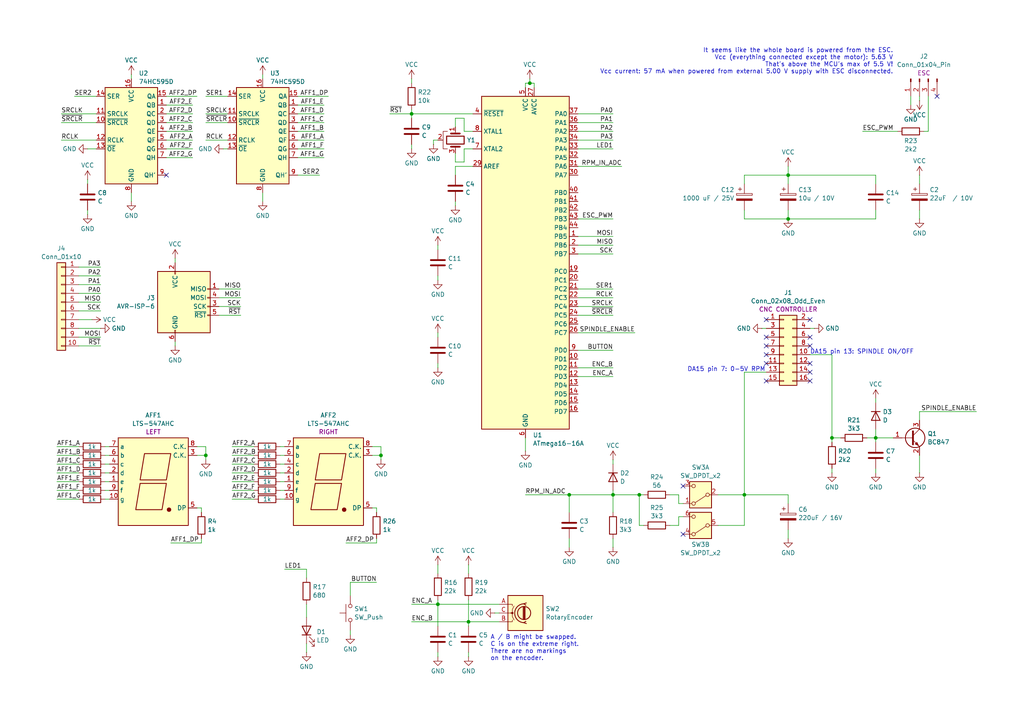
<source format=kicad_sch>
(kicad_sch (version 20250114) (generator "eeschema") (generator_version "9.0")
  (paper "A4")
  (title_block (title "Reverse engineered Stepcraft HFS-500 front panel board") (date "2025-07-17") (company "Ondřej Sluka") (comment 1 "Reference designators are completely made up, there is not silkscreen."))
  (text "DA15 pin 13: SPINDLE ON/OFF" (at 234.95 102.87 0) (effects (font (size 1.27 1.27)) (justify left bottom)))
  (text "DA15 pin 7: 0-5V RPM" (at 221.996 107.95 0) (effects (font (size 1.27 1.27)) (justify right bottom)))
  (text "It seems like the whole board is powered from the ESC.\nVcc (everything connected except the motor): 5.63 V\nThat's above the MCU's max of 5.5 V!\nVcc current: 57 mA when powered from external 5.00 V supply with ESC disconnected." (at 259.08 13.97 0) (effects (font (size 1.27 1.27)) (justify right top)))
  (text "A / B might be swapped.\nC is on the extreme right.\nThere are no markings\non the encoder." (at 142.24 184.15 0) (effects (font (size 1.27 1.27)) (justify left top)))
  (junction (at 215.9 143.51))
  (junction (at 254 127))
  (junction (at 59.69 132.08))
  (junction (at 185.42 143.51))
  (junction (at 228.6 63.5))
  (junction (at 110.49 132.08))
  (junction (at 177.8 143.51))
  (junction (at 165.1 143.51))
  (junction (at 241.3 127))
  (junction (at 228.6 50.8))
  (junction (at 153.67 24.13))
  (junction (at 127 175.26))
  (junction (at 135.89 180.34))
  (junction (at 119.38 33.02))
  (no_connect (at 48.26 50.8))
  (no_connect (at 222.25 105.41))
  (no_connect (at 198.12 154.94))
  (no_connect (at 222.25 92.71))
  (no_connect (at 222.25 110.49))
  (no_connect (at 271.78 27.94))
  (no_connect (at 198.12 140.97))
  (no_connect (at 222.25 97.79))
  (no_connect (at 234.95 100.33))
  (no_connect (at 234.95 105.41))
  (no_connect (at 234.95 92.71))
  (no_connect (at 234.95 107.95))
  (no_connect (at 222.25 100.33))
  (no_connect (at 234.95 110.49))
  (no_connect (at 234.95 97.79))
  (no_connect (at 222.25 102.87))
  (wire (pts (xy 215.9 143.51) (xy 215.9 152.4)))
  (wire (pts (xy 132.08 46.99) (xy 134.62 46.99)))
  (wire (pts (xy 254 124.46) (xy 254 127)))
  (wire (pts (xy 167.64 86.36) (xy 177.8 86.36)))
  (wire (pts (xy 196.85 152.4) (xy 194.31 152.4)))
  (wire (pts (xy 228.6 153.67) (xy 228.6 156.21)))
  (wire (pts (xy 135.89 189.23) (xy 135.89 190.5)))
  (wire (pts (xy 266.7 27.94) (xy 266.7 29.21)))
  (wire (pts (xy 167.64 91.44) (xy 177.8 91.44)))
  (wire (pts (xy 185.42 143.51) (xy 186.69 143.51)))
  (wire (pts (xy 127 175.26) (xy 127 181.61)))
  (wire (pts (xy 30.48 142.24) (xy 31.75 142.24)))
  (wire (pts (xy 29.21 90.17) (xy 22.86 90.17)))
  (wire (pts (xy 196.85 149.86) (xy 198.12 149.86)))
  (wire (pts (xy 59.69 33.02) (xy 66.04 33.02)))
  (wire (pts (xy 58.42 147.32) (xy 57.15 147.32)))
  (wire (pts (xy 30.48 129.54) (xy 31.75 129.54)))
  (wire (pts (xy 167.64 71.12) (xy 177.8 71.12)))
  (wire (pts (xy 16.51 129.54) (xy 22.86 129.54)))
  (wire (pts (xy 196.85 146.05) (xy 196.85 143.51)))
  (wire (pts (xy 109.22 168.91) (xy 101.6 168.91)))
  (wire (pts (xy 81.28 137.16) (xy 82.55 137.16)))
  (wire (pts (xy 30.48 134.62) (xy 31.75 134.62)))
  (wire (pts (xy 135.89 180.34) (xy 144.78 180.34)))
  (wire (pts (xy 127 105.41) (xy 127 106.68)))
  (wire (pts (xy 186.69 152.4) (xy 185.42 152.4)))
  (wire (pts (xy 48.26 27.94) (xy 57.15 27.94)))
  (wire (pts (xy 264.16 27.94) (xy 264.16 30.48)))
  (wire (pts (xy 82.55 165.1) (xy 88.9 165.1)))
  (wire (pts (xy 67.31 129.54) (xy 73.66 129.54)))
  (wire (pts (xy 167.64 63.5) (xy 177.8 63.5)))
  (wire (pts (xy 25.4 52.07) (xy 25.4 53.34)))
  (wire (pts (xy 167.64 96.52) (xy 184.15 96.52)))
  (wire (pts (xy 153.67 22.86) (xy 153.67 24.13)))
  (wire (pts (xy 67.31 134.62) (xy 73.66 134.62)))
  (wire (pts (xy 86.36 35.56) (xy 93.98 35.56)))
  (wire (pts (xy 21.59 27.94) (xy 27.94 27.94)))
  (wire (pts (xy 228.6 48.26) (xy 228.6 50.8)))
  (wire (pts (xy 196.85 146.05) (xy 198.12 146.05)))
  (wire (pts (xy 86.36 45.72) (xy 93.98 45.72)))
  (wire (pts (xy 135.89 180.34) (xy 135.89 181.61)))
  (wire (pts (xy 16.51 144.78) (xy 22.86 144.78)))
  (wire (pts (xy 167.64 106.68) (xy 177.8 106.68)))
  (wire (pts (xy 127 80.01) (xy 127 81.28)))
  (wire (pts (xy 86.36 38.1) (xy 93.98 38.1)))
  (wire (pts (xy 134.62 43.18) (xy 137.16 43.18)))
  (wire (pts (xy 29.21 80.01) (xy 22.86 80.01)))
  (wire (pts (xy 234.95 102.87) (xy 241.3 102.87)))
  (wire (pts (xy 254 115.57) (xy 254 116.84)))
  (wire (pts (xy 30.48 139.7) (xy 31.75 139.7)))
  (wire (pts (xy 88.9 186.69) (xy 88.9 189.23)))
  (wire (pts (xy 29.21 87.63) (xy 22.86 87.63)))
  (wire (pts (xy 228.6 50.8) (xy 228.6 53.34)))
  (wire (pts (xy 241.3 127) (xy 243.84 127)))
  (wire (pts (xy 152.4 143.51) (xy 165.1 143.51)))
  (wire (pts (xy 269.24 27.94) (xy 269.24 38.1)))
  (wire (pts (xy 215.9 50.8) (xy 215.9 53.34)))
  (wire (pts (xy 67.31 137.16) (xy 73.66 137.16)))
  (wire (pts (xy 81.28 132.08) (xy 82.55 132.08)))
  (wire (pts (xy 177.8 143.51) (xy 165.1 143.51)))
  (wire (pts (xy 88.9 175.26) (xy 88.9 179.07)))
  (wire (pts (xy 132.08 44.45) (xy 132.08 46.99)))
  (wire (pts (xy 167.64 35.56) (xy 177.8 35.56)))
  (wire (pts (xy 177.8 133.35) (xy 177.8 134.62)))
  (wire (pts (xy 81.28 129.54) (xy 82.55 129.54)))
  (wire (pts (xy 215.9 63.5) (xy 215.9 60.96)))
  (wire (pts (xy 241.3 128.27) (xy 241.3 127)))
  (wire (pts (xy 48.26 40.64) (xy 55.88 40.64)))
  (wire (pts (xy 16.51 139.7) (xy 22.86 139.7)))
  (wire (pts (xy 48.26 38.1) (xy 55.88 38.1)))
  (wire (pts (xy 127 71.12) (xy 127 72.39)))
  (wire (pts (xy 167.64 73.66) (xy 177.8 73.66)))
  (wire (pts (xy 132.08 50.8) (xy 132.08 48.26)))
  (wire (pts (xy 29.21 77.47) (xy 22.86 77.47)))
  (wire (pts (xy 48.26 35.56) (xy 55.88 35.56)))
  (wire (pts (xy 267.97 38.1) (xy 269.24 38.1)))
  (wire (pts (xy 134.62 38.1) (xy 137.16 38.1)))
  (wire (pts (xy 64.77 43.18) (xy 66.04 43.18)))
  (wire (pts (xy 167.64 68.58) (xy 177.8 68.58)))
  (wire (pts (xy 154.94 24.13) (xy 153.67 24.13)))
  (wire (pts (xy 135.89 173.99) (xy 135.89 180.34)))
  (wire (pts (xy 63.5 88.9) (xy 69.85 88.9)))
  (wire (pts (xy 29.21 82.55) (xy 22.86 82.55)))
  (wire (pts (xy 17.78 33.02) (xy 27.94 33.02)))
  (wire (pts (xy 127 173.99) (xy 127 175.26)))
  (wire (pts (xy 57.15 129.54) (xy 59.69 129.54)))
  (wire (pts (xy 234.95 95.25) (xy 236.22 95.25)))
  (wire (pts (xy 165.1 156.21) (xy 165.1 158.75)))
  (wire (pts (xy 215.9 143.51) (xy 215.9 107.95)))
  (wire (pts (xy 29.21 95.25) (xy 22.86 95.25)))
  (wire (pts (xy 127 189.23) (xy 127 190.5)))
  (wire (pts (xy 101.6 168.91) (xy 101.6 172.72)))
  (wire (pts (xy 81.28 142.24) (xy 82.55 142.24)))
  (wire (pts (xy 266.7 60.96) (xy 266.7 63.5)))
  (wire (pts (xy 220.98 95.25) (xy 222.25 95.25)))
  (wire (pts (xy 125.73 40.64) (xy 127 40.64)))
  (wire (pts (xy 254 127) (xy 251.46 127)))
  (wire (pts (xy 63.5 86.36) (xy 69.85 86.36)))
  (wire (pts (xy 25.4 43.18) (xy 27.94 43.18)))
  (wire (pts (xy 109.22 157.48) (xy 109.22 156.21)))
  (wire (pts (xy 266.7 132.08) (xy 266.7 137.16)))
  (wire (pts (xy 107.95 147.32) (xy 109.22 147.32)))
  (wire (pts (xy 241.3 135.89) (xy 241.3 137.16)))
  (wire (pts (xy 63.5 91.44) (xy 69.85 91.44)))
  (wire (pts (xy 167.64 40.64) (xy 177.8 40.64)))
  (wire (pts (xy 154.94 25.4) (xy 154.94 24.13)))
  (wire (pts (xy 100.33 157.48) (xy 109.22 157.48)))
  (wire (pts (xy 17.78 35.56) (xy 27.94 35.56)))
  (wire (pts (xy 208.28 143.51) (xy 215.9 143.51)))
  (wire (pts (xy 81.28 134.62) (xy 82.55 134.62)))
  (wire (pts (xy 16.51 134.62) (xy 22.86 134.62)))
  (wire (pts (xy 16.51 132.08) (xy 22.86 132.08)))
  (wire (pts (xy 254 127) (xy 259.08 127)))
  (wire (pts (xy 29.21 97.79) (xy 22.86 97.79)))
  (wire (pts (xy 167.64 48.26) (xy 180.34 48.26)))
  (wire (pts (xy 228.6 146.05) (xy 228.6 143.51)))
  (wire (pts (xy 16.51 137.16) (xy 22.86 137.16)))
  (wire (pts (xy 167.64 88.9) (xy 177.8 88.9)))
  (wire (pts (xy 50.8 74.93) (xy 50.8 76.2)))
  (wire (pts (xy 127 175.26) (xy 144.78 175.26)))
  (wire (pts (xy 49.53 157.48) (xy 58.42 157.48)))
  (wire (pts (xy 38.1 55.88) (xy 38.1 58.42)))
  (wire (pts (xy 167.64 43.18) (xy 177.8 43.18)))
  (wire (pts (xy 215.9 143.51) (xy 228.6 143.51)))
  (wire (pts (xy 50.8 99.06) (xy 50.8 100.33)))
  (wire (pts (xy 283.21 119.38) (xy 266.7 119.38)))
  (wire (pts (xy 228.6 60.96) (xy 228.6 63.5)))
  (wire (pts (xy 59.69 35.56) (xy 66.04 35.56)))
  (wire (pts (xy 127 163.83) (xy 127 166.37)))
  (wire (pts (xy 119.38 31.75) (xy 119.38 33.02)))
  (wire (pts (xy 132.08 48.26) (xy 137.16 48.26)))
  (wire (pts (xy 119.38 180.34) (xy 135.89 180.34)))
  (wire (pts (xy 177.8 156.21) (xy 177.8 158.75)))
  (wire (pts (xy 67.31 142.24) (xy 73.66 142.24)))
  (wire (pts (xy 119.38 22.86) (xy 119.38 24.13)))
  (wire (pts (xy 109.22 147.32) (xy 109.22 148.59)))
  (wire (pts (xy 167.64 83.82) (xy 177.8 83.82)))
  (wire (pts (xy 58.42 157.48) (xy 58.42 156.21)))
  (wire (pts (xy 86.36 27.94) (xy 95.25 27.94)))
  (wire (pts (xy 29.21 85.09) (xy 22.86 85.09)))
  (wire (pts (xy 59.69 27.94) (xy 66.04 27.94)))
  (wire (pts (xy 63.5 83.82) (xy 69.85 83.82)))
  (wire (pts (xy 25.4 60.96) (xy 25.4 62.23)))
  (wire (pts (xy 167.64 101.6) (xy 177.8 101.6)))
  (wire (pts (xy 88.9 165.1) (xy 88.9 167.64)))
  (wire (pts (xy 196.85 149.86) (xy 196.85 152.4)))
  (wire (pts (xy 48.26 45.72) (xy 55.88 45.72)))
  (wire (pts (xy 208.28 152.4) (xy 215.9 152.4)))
  (wire (pts (xy 38.1 21.59) (xy 38.1 22.86)))
  (wire (pts (xy 250.19 38.1) (xy 260.35 38.1)))
  (wire (pts (xy 135.89 163.83) (xy 135.89 166.37)))
  (wire (pts (xy 86.36 40.64) (xy 93.98 40.64)))
  (wire (pts (xy 59.69 40.64) (xy 66.04 40.64)))
  (wire (pts (xy 59.69 133.35) (xy 59.69 132.08)))
  (wire (pts (xy 177.8 143.51) (xy 177.8 142.24)))
  (wire (pts (xy 26.67 92.71) (xy 22.86 92.71)))
  (wire (pts (xy 81.28 139.7) (xy 82.55 139.7)))
  (wire (pts (xy 48.26 33.02) (xy 55.88 33.02)))
  (wire (pts (xy 76.2 21.59) (xy 76.2 22.86)))
  (wire (pts (xy 59.69 129.54) (xy 59.69 132.08)))
  (wire (pts (xy 215.9 107.95) (xy 222.25 107.95)))
  (wire (pts (xy 241.3 102.87) (xy 241.3 127)))
  (wire (pts (xy 254 135.89) (xy 254 137.16)))
  (wire (pts (xy 58.42 148.59) (xy 58.42 147.32)))
  (wire (pts (xy 67.31 139.7) (xy 73.66 139.7)))
  (wire (pts (xy 86.36 33.02) (xy 93.98 33.02)))
  (wire (pts (xy 165.1 143.51) (xy 165.1 148.59)))
  (wire (pts (xy 254 60.96) (xy 254 63.5)))
  (wire (pts (xy 110.49 129.54) (xy 107.95 129.54)))
  (wire (pts (xy 67.31 132.08) (xy 73.66 132.08)))
  (wire (pts (xy 48.26 43.18) (xy 55.88 43.18)))
  (wire (pts (xy 119.38 34.29) (xy 119.38 33.02)))
  (wire (pts (xy 30.48 144.78) (xy 31.75 144.78)))
  (wire (pts (xy 81.28 144.78) (xy 82.55 144.78)))
  (wire (pts (xy 17.78 40.64) (xy 27.94 40.64)))
  (wire (pts (xy 132.08 34.29) (xy 134.62 34.29)))
  (wire (pts (xy 266.7 119.38) (xy 266.7 121.92)))
  (wire (pts (xy 132.08 58.42) (xy 132.08 59.69)))
  (wire (pts (xy 113.03 33.02) (xy 119.38 33.02)))
  (wire (pts (xy 266.7 50.8) (xy 266.7 53.34)))
  (wire (pts (xy 119.38 175.26) (xy 127 175.26)))
  (wire (pts (xy 196.85 143.51) (xy 194.31 143.51)))
  (wire (pts (xy 254 128.27) (xy 254 127)))
  (wire (pts (xy 185.42 152.4) (xy 185.42 143.51)))
  (wire (pts (xy 177.8 148.59) (xy 177.8 143.51)))
  (wire (pts (xy 86.36 30.48) (xy 93.98 30.48)))
  (wire (pts (xy 134.62 46.99) (xy 134.62 43.18)))
  (wire (pts (xy 119.38 41.91) (xy 119.38 43.18)))
  (wire (pts (xy 134.62 34.29) (xy 134.62 38.1)))
  (wire (pts (xy 30.48 137.16) (xy 31.75 137.16)))
  (wire (pts (xy 215.9 50.8) (xy 228.6 50.8)))
  (wire (pts (xy 107.95 132.08) (xy 110.49 132.08)))
  (wire (pts (xy 177.8 143.51) (xy 185.42 143.51)))
  (wire (pts (xy 152.4 127) (xy 152.4 130.81)))
  (wire (pts (xy 30.48 132.08) (xy 31.75 132.08)))
  (wire (pts (xy 86.36 50.8) (xy 92.71 50.8)))
  (wire (pts (xy 59.69 132.08) (xy 57.15 132.08)))
  (wire (pts (xy 110.49 133.35) (xy 110.49 132.08)))
  (wire (pts (xy 143.51 177.8) (xy 144.78 177.8)))
  (wire (pts (xy 76.2 55.88) (xy 76.2 58.42)))
  (wire (pts (xy 228.6 63.5) (xy 254 63.5)))
  (wire (pts (xy 152.4 24.13) (xy 152.4 25.4)))
  (wire (pts (xy 167.64 33.02) (xy 177.8 33.02)))
  (wire (pts (xy 48.26 30.48) (xy 55.88 30.48)))
  (wire (pts (xy 228.6 50.8) (xy 254 50.8)))
  (wire (pts (xy 254 53.34) (xy 254 50.8)))
  (wire (pts (xy 132.08 36.83) (xy 132.08 34.29)))
  (wire (pts (xy 110.49 132.08) (xy 110.49 129.54)))
  (wire (pts (xy 101.6 182.88) (xy 101.6 184.15)))
  (wire (pts (xy 86.36 43.18) (xy 93.98 43.18)))
  (wire (pts (xy 67.31 144.78) (xy 73.66 144.78)))
  (wire (pts (xy 29.21 100.33) (xy 22.86 100.33)))
  (wire (pts (xy 16.51 142.24) (xy 22.86 142.24)))
  (wire (pts (xy 167.64 38.1) (xy 177.8 38.1)))
  (wire (pts (xy 127 96.52) (xy 127 97.79)))
  (wire (pts (xy 125.73 41.91) (xy 125.73 40.64)))
  (wire (pts (xy 215.9 63.5) (xy 228.6 63.5)))
  (wire (pts (xy 167.64 109.22) (xy 177.8 109.22)))
  (wire (pts (xy 153.67 24.13) (xy 152.4 24.13)))
  (wire (pts (xy 119.38 33.02) (xy 137.16 33.02)))
  (label "ENC_B" (at 119.38 180.34 0))
  (label "AFF2_G" (at 67.31 144.78 0))
  (label "AFF2_D" (at 67.31 137.16 0))
  (label "SER2" (at 21.59 27.94 0))
  (label "AFF1_F" (at 93.98 43.18 180))
  (label "PA2" (at 29.21 80.01 180))
  (label "ENC_A" (at 119.38 175.26 0))
  (label "SCK" (at 69.85 88.9 180))
  (label "ENC_B" (at 177.8 106.68 180))
  (label "AFF1_A" (at 93.98 40.64 180))
  (label "MOSI" (at 177.8 68.58 180))
  (label "AFF2_DP" (at 100.33 157.48 0))
  (label "SCK" (at 29.21 90.17 180))
  (label "AFF1_DP" (at 95.25 27.94 180))
  (label "SER2" (at 92.71 50.8 180))
  (label "SRCLK" (at 177.8 88.9 180))
  (label "AFF1_DP" (at 49.53 157.48 0))
  (label "PA0" (at 29.21 85.09 180))
  (label "RCLK" (at 59.69 40.64 0))
  (label "AFF2_A" (at 55.88 40.64 180))
  (label "AFF1_E" (at 93.98 30.48 180))
  (label "LED1" (at 82.55 165.1 0))
  (label "AFF1_B" (at 16.51 132.08 0))
  (label "AFF2_C" (at 67.31 134.62 0))
  (label "MOSI" (at 69.85 86.36 180))
  (label "AFF2_D" (at 55.88 33.02 180))
  (label "SER1" (at 59.69 27.94 0))
  (label "AFF2_G" (at 55.88 45.72 180))
  (label "AFF1_F" (at 16.51 142.24 0))
  (label "RPM_IN_ADC" (at 152.4 143.51 0))
  (label "PA3" (at 29.21 77.47 180))
  (label "SER1" (at 177.8 83.82 180))
  (label "AFF2_A" (at 67.31 129.54 0))
  (label "SPINDLE_ENABLE" (at 184.15 96.52 180))
  (label "BUTTON" (at 109.22 168.91 180))
  (label "AFF1_D" (at 93.98 33.02 180))
  (label "AFF1_A" (at 16.51 129.54 0))
  (label "~{SRCLR}" (at 59.69 35.56 0))
  (label "MISO" (at 177.8 71.12 180))
  (label "AFF2_F" (at 55.88 43.18 180))
  (label "LED1" (at 177.8 43.18 180))
  (label "AFF1_G" (at 93.98 45.72 180))
  (label "AFF2_E" (at 55.88 30.48 180))
  (label "SPINDLE_ENABLE" (at 283.21 119.38 180))
  (label "AFF1_E" (at 16.51 139.7 0))
  (label "MISO" (at 29.21 87.63 180))
  (label "AFF2_B" (at 67.31 132.08 0))
  (label "SRCLK" (at 17.78 33.02 0))
  (label "AFF1_C" (at 16.51 134.62 0))
  (label "AFF1_D" (at 16.51 137.16 0))
  (label "PA1" (at 29.21 82.55 180))
  (label "ENC_A" (at 177.8 109.22 180))
  (label "~{RST}" (at 113.03 33.02 0))
  (label "AFF2_F" (at 67.31 142.24 0))
  (label "AFF1_B" (at 93.98 38.1 180))
  (label "AFF2_DP" (at 57.15 27.94 180))
  (label "~{RST}" (at 29.21 100.33 180))
  (label "RCLK" (at 17.78 40.64 0))
  (label "MOSI" (at 29.21 97.79 180))
  (label "PA0" (at 177.8 33.02 180))
  (label "MISO" (at 69.85 83.82 180))
  (label "AFF2_C" (at 55.88 35.56 180))
  (label "AFF2_E" (at 67.31 139.7 0))
  (label "AFF1_G" (at 16.51 144.78 0))
  (label "~{SRCLR}" (at 177.8 91.44 180))
  (label "PA1" (at 177.8 35.56 180))
  (label "RCLK" (at 177.8 86.36 180))
  (label "SRCLK" (at 59.69 33.02 0))
  (label "PA2" (at 177.8 38.1 180))
  (label "SCK" (at 177.8 73.66 180))
  (label "~{SRCLR}" (at 17.78 35.56 0))
  (label "RPM_IN_ADC" (at 180.34 48.26 180))
  (label "ESC_PWM" (at 250.19 38.1 0))
  (label "AFF2_B" (at 55.88 38.1 180))
  (label "AFF1_C" (at 93.98 35.56 180))
  (label "BUTTON" (at 177.8 101.6 180))
  (label "PA3" (at 177.8 40.64 180))
  (label "~{RST}" (at 69.85 91.44 180))
  (label "ESC_PWM" (at 177.8 63.5 180))
  (symbol (lib_id "power:GND") (at 143.51 177.8 270) (unit 1)
    (property "Reference" "#PWR09" (effects (hide yes)))
    (property "Value" "GND" (at 140.3351 177.8 90) (effects (justify right)))
    (property "Description" "Power symbol creates a global label with name \"GND\" , ground" (effects (hide yes)))
  )
  (symbol (lib_id "power:VCC") (at 127 96.52 0) (unit 1)
    (property "Reference" "#PWR046" (effects (hide yes)))
    (property "Value" "VCC" (at 127 92.3869 0))
    (property "Description" "Power symbol creates a global label with name \"VCC\"" (effects (hide yes)))
  )
  (symbol (lib_id "Device:R") (at 26.67 134.62 90) (unit 1)
    (property "Reference" "R3" (effects (hide yes)))
    (property "Value" "1k" (at 26.67 134.62 90))
    (property "Description" "Resistor" (effects (hide yes)))
  )
  (symbol (lib_id "power:GND") (at 101.6 184.15 0) (unit 1)
    (property "Reference" "#PWR01" (effects (hide yes)))
    (property "Value" "GND" (at 101.6 188.2831 0))
    (property "Description" "Power symbol creates a global label with name \"GND\" , ground" (effects (hide yes)))
  )
  (symbol (lib_id "power:VCC") (at 50.8 74.93 0) (unit 1)
    (property "Reference" "#PWR031" (effects (hide yes)))
    (property "Value" "VCC" (at 50.8 70.7969 0))
    (property "Description" "Power symbol creates a global label with name \"VCC\"" (effects (hide yes)))
  )
  (symbol (lib_id "power:GND") (at 38.1 58.42 0) (unit 1)
    (property "Reference" "#PWR05" (effects (hide yes)))
    (property "Value" "GND" (at 38.1 62.5531 0))
    (property "Description" "Power symbol creates a global label with name \"GND\" , ground" (effects (hide yes)))
  )
  (symbol (lib_id "Device:R") (at 26.67 139.7 90) (unit 1)
    (property "Reference" "R1" (effects (hide yes)))
    (property "Value" "1k" (at 26.67 139.7 90))
    (property "Description" "Resistor" (effects (hide yes)))
  )
  (symbol (lib_id "MCU_Microchip_ATmega:ATmega16-16A") (at 152.4 76.2 0) (unit 1)
    (property "Reference" "U1" (at 154.5433 126.1801 0) (effects (justify left)))
    (property "Value" "ATmega16-16A" (at 154.5433 128.6044 0) (effects (justify left)))
    (property "Footprint" "Package_QFP:TQFP-44_10x10mm_P0.8mm" (effects (hide yes)))
    (property "Datasheet" "http://ww1.microchip.com/downloads/en/DeviceDoc/doc2466.pdf" (effects (hide yes)))
    (property "Description" "16MHz, 16kB Flash, 1kB SRAM, 512B EEPROM, JTAG, TQFP-44" (effects (hide yes)))
  )
  (symbol (lib_id "power:GND") (at 264.16 30.48 0) (unit 1)
    (property "Reference" "#PWR07" (effects (hide yes)))
    (property "Value" "GND" (at 264.16 34.6131 0))
    (property "Description" "Power symbol creates a global label with name \"GND\" , ground" (effects (hide yes)))
  )
  (symbol (lib_id "Device:R") (at 26.67 129.54 90) (unit 1)
    (property "Reference" "R9" (effects (hide yes)))
    (property "Value" "1k" (at 26.67 129.54 90))
    (property "Description" "Resistor" (effects (hide yes)))
  )
  (symbol (lib_id "power:VCC") (at 153.67 22.86 0) (unit 1)
    (property "Reference" "#PWR011" (effects (hide yes)))
    (property "Value" "VCC" (at 153.67 18.7269 0))
    (property "Description" "Power symbol creates a global label with name \"VCC\"" (effects (hide yes)))
  )
  (symbol (lib_id "Device:C_Polarized") (at 228.6 149.86 0) (unit 1)
    (property "Reference" "C6" (at 231.521 147.7588 0) (effects (justify left)))
    (property "Value" "220uF / 16V" (at 231.521 150.1831 0) (effects (justify left)))
    (property "Description" "Polarized capacitor" (effects (hide yes)))
  )
  (symbol (lib_id "power:GND") (at 266.7 63.5 0) (unit 1)
    (property "Reference" "#PWR014" (effects (hide yes)))
    (property "Value" "GND" (at 266.7 67.6331 0))
    (property "Description" "Power symbol creates a global label with name \"GND\" , ground" (effects (hide yes)))
  )
  (symbol (lib_id "Device:C_Polarized") (at 228.6 57.15 0) (unit 1)
    (property "Reference" "C13" (at 231.521 55.0488 0) (effects (justify left)))
    (property "Value" "10u / 10V" (at 231.521 57.4731 0) (effects (justify left)))
    (property "Description" "Polarized capacitor" (effects (hide yes)))
  )
  (symbol (lib_id "power:GND") (at 220.98 95.25 270) (unit 1)
    (property "Reference" "#PWR022" (effects (hide yes)))
    (property "Value" "GND" (at 217.8051 95.25 90) (effects (justify right)))
    (property "Description" "Power symbol creates a global label with name \"GND\" , ground" (effects (hide yes)))
  )
  (symbol (lib_id "Device:Crystal_GND2") (at 132.08 40.64 270) (unit 1)
    (property "Reference" "Y1" (at 135.4074 40.64 90) (effects (justify left)))
    (property "Value" "Crystal_GND2" (effects (hide yes)))
    (property "Description" "Three pin crystal, GND on pin 2" (effects (hide yes)))
  )
  (symbol (lib_id "power:VCC") (at 228.6 48.26 0) (unit 1)
    (property "Reference" "#PWR039" (effects (hide yes)))
    (property "Value" "VCC" (at 228.6 44.1269 0))
    (property "Description" "Power symbol creates a global label with name \"VCC\"" (effects (hide yes)))
  )
  (symbol (lib_id "power:GND") (at 59.69 133.35 0) (unit 1)
    (property "Reference" "#PWR03" (effects (hide yes)))
    (property "Value" "GND" (at 59.69 137.4831 0))
    (property "Description" "Power symbol creates a global label with name \"GND\" , ground" (effects (hide yes)))
  )
  (symbol (lib_id "Device:R") (at 241.3 132.08 0) (unit 1)
    (property "Reference" "R20" (at 243.078 130.8678 0) (effects (justify left)))
    (property "Value" "2k2" (at 243.078 133.2921 0) (effects (justify left)))
    (property "Description" "Resistor" (effects (hide yes)))
  )
  (symbol (lib_id "power:GND") (at 228.6 156.21 0) (unit 1)
    (property "Reference" "#PWR044" (effects (hide yes)))
    (property "Value" "GND" (at 228.6 160.3431 0))
    (property "Description" "Power symbol creates a global label with name \"GND\" , ground" (effects (hide yes)))
  )
  (symbol (lib_id "power:GND") (at 125.73 41.91 0) (unit 1)
    (property "Reference" "#PWR08" (effects (hide yes)))
    (property "Value" "GND" (at 125.73 46.0431 0))
    (property "Description" "Power symbol creates a global label with name \"GND\" , ground" (effects (hide yes)))
  )
  (symbol (lib_id "Device:D") (at 254 120.65 270) (unit 1)
    (property "Reference" "D3" (at 256.032 119.4378 90) (effects (justify left)))
    (property "Value" "D" (at 256.032 121.8621 90) (effects (justify left)))
    (property "Description" "Diode" (effects (hide yes)))
    (property "Sim.Device" "D" (effects (hide yes)))
    (property "Sim.Pins" "1=K 2=A" (effects (hide yes)))
  )
  (symbol (lib_id "Switch:SW_DPDT_x2") (at 203.2 152.4 180) (unit 2)
    (property "Reference" "SW3" (at 203.2 157.9301 0))
    (property "Value" "SW_DPDT_x2" (at 203.2 160.3544 0))
    (property "Description" "Switch, dual pole double throw, separate symbols" (effects (hide yes)))
  )
  (symbol (lib_id "Device:R") (at 77.47 129.54 90) (unit 1)
    (property "Reference" "R13" (effects (hide yes)))
    (property "Value" "1k" (at 77.47 129.54 90))
    (property "Description" "Resistor" (effects (hide yes)))
  )
  (symbol (lib_id "Switch:SW_DPDT_x2") (at 203.2 143.51 180) (unit 1)
    (property "Reference" "SW3" (at 203.2 135.5555 0))
    (property "Value" "SW_DPDT_x2" (at 203.2 137.9798 0))
    (property "Description" "Switch, dual pole double throw, separate symbols" (effects (hide yes)))
  )
  (symbol (lib_id "power:GND") (at 135.89 190.5 0) (unit 1)
    (property "Reference" "#PWR020" (effects (hide yes)))
    (property "Value" "GND" (at 135.89 194.6331 0))
    (property "Description" "Power symbol creates a global label with name \"GND\" , ground" (effects (hide yes)))
  )
  (symbol (lib_id "power:VCC") (at 76.2 21.59 0) (unit 1)
    (property "Reference" "#PWR043" (effects (hide yes)))
    (property "Value" "VCC" (at 76.2 17.4569 0))
    (property "Description" "Power symbol creates a global label with name \"VCC\"" (effects (hide yes)))
  )
  (symbol (lib_id "power:GND") (at 127 190.5 0) (unit 1)
    (property "Reference" "#PWR010" (effects (hide yes)))
    (property "Value" "GND" (at 127 194.6331 0))
    (property "Description" "Power symbol creates a global label with name \"GND\" , ground" (effects (hide yes)))
  )
  (symbol (lib_id "Device:R") (at 119.38 27.94 180) (unit 1)
    (property "Reference" "R22" (at 121.158 26.7278 0) (effects (justify right)))
    (property "Value" "10k" (at 121.158 29.1521 0) (effects (justify right)))
    (property "Description" "Resistor" (effects (hide yes)))
  )
  (symbol (lib_id "power:VCC") (at 266.7 29.21 180) (unit 1)
    (property "Reference" "#PWR038" (effects (hide yes)))
    (property "Value" "VCC" (at 266.7 33.3431 0))
    (property "Description" "Power symbol creates a global label with name \"VCC\"" (effects (hide yes)))
  )
  (symbol (lib_id "Device:C") (at 119.38 38.1 180) (unit 1)
    (property "Reference" "C9" (at 122.301 36.8878 0) (effects (justify right)))
    (property "Value" "C" (at 122.301 39.3121 0) (effects (justify right)))
    (property "Description" "Unpolarized capacitor" (effects (hide yes)))
  )
  (symbol (lib_id "power:GND") (at 88.9 189.23 0) (unit 1)
    (property "Reference" "#PWR02" (effects (hide yes)))
    (property "Value" "GND" (at 88.9 193.3631 0))
    (property "Description" "Power symbol creates a global label with name \"GND\" , ground" (effects (hide yes)))
  )
  (symbol (lib_id "Device:R") (at 190.5 143.51 90) (unit 1)
    (property "Reference" "R24" (at 190.5 138.3495 90))
    (property "Value" "56" (at 190.5 140.7738 90))
    (property "Description" "Resistor" (effects (hide yes)))
  )
  (symbol (lib_id "Display_Character:LTS-6980HR") (at 95.25 139.7 0) (unit 1)
    (property "Reference" "AFF2" (at 95.25 120.4313 0))
    (property "Value" "LTS-547AHC" (at 95.25 122.8556 0))
    (property "Footprint" "Display_7Segment:7SegmentLED_LTS6760_LTS6780" (effects (hide yes)))
    (property "Datasheet" "https://cz.mouser.com/datasheet/2/239/liteon_LTS547AHR-1175290.pdf" (effects (hide yes)))
    (property "Description" "DISPLAY 7 SEGMENTS common K, high efficient red" (effects (hide yes)))
    (property "Label" "RIGHT" (at 95.25 125.2799 0))
  )
  (symbol (lib_id "power:GND") (at 76.2 58.42 0) (unit 1)
    (property "Reference" "#PWR06" (effects (hide yes)))
    (property "Value" "GND" (at 76.2 62.5531 0))
    (property "Description" "Power symbol creates a global label with name \"GND\" , ground" (effects (hide yes)))
  )
  (symbol (lib_id "power:GND") (at 50.8 100.33 0) (unit 1)
    (property "Reference" "#PWR032" (effects (hide yes)))
    (property "Value" "GND" (at 50.8 104.4631 0))
    (property "Description" "Power symbol creates a global label with name \"GND\" , ground" (effects (hide yes)))
  )
  (symbol (lib_id "Device:R") (at 135.89 170.18 0) (unit 1)
    (property "Reference" "R19" (at 137.668 168.9678 0) (effects (justify left)))
    (property "Value" "22k" (at 137.668 171.3921 0) (effects (justify left)))
    (property "Description" "Resistor" (effects (hide yes)))
  )
  (symbol (lib_id "Device:C") (at 25.4 57.15 0) (unit 1)
    (property "Reference" "C8" (at 28.321 55.9378 0) (effects (justify left)))
    (property "Value" "C" (at 28.321 58.3621 0) (effects (justify left)))
    (property "Description" "Unpolarized capacitor" (effects (hide yes)))
  )
  (symbol (lib_id "Device:C_Polarized") (at 215.9 57.15 0) (unit 1)
    (property "Reference" "C12" (at 212.9791 55.0488 0) (effects (justify right)))
    (property "Value" "1000 uF / 25V" (at 212.9791 57.4731 0) (effects (justify right)))
    (property "Description" "Polarized capacitor" (effects (hide yes)))
  )
  (symbol (lib_id "Device:R") (at 77.47 137.16 90) (unit 1)
    (property "Reference" "R6" (effects (hide yes)))
    (property "Value" "1k" (at 77.47 137.16 90))
    (property "Description" "Resistor" (effects (hide yes)))
  )
  (symbol (lib_id "Device:R") (at 77.47 142.24 90) (unit 1)
    (property "Reference" "R14" (effects (hide yes)))
    (property "Value" "1k" (at 77.47 142.24 90))
    (property "Description" "Resistor" (effects (hide yes)))
  )
  (symbol (lib_id "power:GND") (at 110.49 133.35 0) (unit 1)
    (property "Reference" "#PWR04" (effects (hide yes)))
    (property "Value" "GND" (at 110.49 137.4831 0))
    (property "Description" "Power symbol creates a global label with name \"GND\" , ground" (effects (hide yes)))
  )
  (symbol (lib_id "Device:R") (at 26.67 132.08 90) (unit 1)
    (property "Reference" "R8" (effects (hide yes)))
    (property "Value" "1k" (at 26.67 132.08 90))
    (property "Description" "Resistor" (effects (hide yes)))
  )
  (symbol (lib_id "power:GND") (at 165.1 158.75 0) (unit 1)
    (property "Reference" "#PWR016" (effects (hide yes)))
    (property "Value" "GND" (at 165.1 162.8831 0))
    (property "Description" "Power symbol creates a global label with name \"GND\" , ground" (effects (hide yes)))
  )
  (symbol (lib_id "power:GND") (at 177.8 158.75 0) (unit 1)
    (property "Reference" "#PWR017" (effects (hide yes)))
    (property "Value" "GND" (at 177.8 162.8831 0))
    (property "Description" "Power symbol creates a global label with name \"GND\" , ground" (effects (hide yes)))
  )
  (symbol (lib_id "Device:D") (at 177.8 138.43 270) (unit 1)
    (property "Reference" "D2" (at 179.832 137.2178 90) (effects (justify left)))
    (property "Value" "D" (at 179.832 139.6421 90) (effects (justify left)))
    (property "Description" "Diode" (effects (hide yes)))
    (property "Sim.Device" "D" (effects (hide yes)))
    (property "Sim.Pins" "1=K 2=A" (effects (hide yes)))
  )
  (symbol (lib_id "Device:C_Polarized") (at 266.7 57.15 0) (unit 1)
    (property "Reference" "C2" (at 269.621 55.0488 0) (effects (justify left)))
    (property "Value" "22uF  / 10V" (at 269.621 57.4731 0) (effects (justify left)))
    (property "Description" "Polarized capacitor" (effects (hide yes)))
  )
  (symbol (lib_id "Device:R") (at 26.67 142.24 90) (unit 1)
    (property "Reference" "R10" (effects (hide yes)))
    (property "Value" "1k" (at 26.67 142.24 90))
    (property "Description" "Resistor" (effects (hide yes)))
  )
  (symbol (lib_id "power:GND") (at 127 81.28 0) (unit 1)
    (property "Reference" "#PWR037" (effects (hide yes)))
    (property "Value" "GND" (at 127 85.4131 0))
    (property "Description" "Power symbol creates a global label with name \"GND\" , ground" (effects (hide yes)))
  )
  (symbol (lib_id "Device:C") (at 254 57.15 0) (unit 1)
    (property "Reference" "C14" (at 256.921 55.9378 0) (effects (justify left)))
    (property "Value" "C" (at 256.921 58.3621 0) (effects (justify left)))
    (property "Description" "Unpolarized capacitor" (effects (hide yes)))
  )
  (symbol (lib_id "Device:R") (at 127 170.18 0) (unit 1)
    (property "Reference" "R16" (at 128.778 168.9678 0) (effects (justify left)))
    (property "Value" "22k" (at 128.778 171.3921 0) (effects (justify left)))
    (property "Description" "Resistor" (effects (hide yes)))
  )
  (symbol (lib_id "Device:R") (at 77.47 132.08 90) (unit 1)
    (property "Reference" "R12" (effects (hide yes)))
    (property "Value" "1k" (at 77.47 132.08 90))
    (property "Description" "Resistor" (effects (hide yes)))
  )
  (symbol (lib_id "power:VCC") (at 135.89 163.83 0) (unit 1)
    (property "Reference" "#PWR019" (effects (hide yes)))
    (property "Value" "VCC" (at 135.89 159.6969 0))
    (property "Description" "Power symbol creates a global label with name \"VCC\"" (effects (hide yes)))
  )
  (symbol (lib_id "Device:R") (at 247.65 127 90) (unit 1)
    (property "Reference" "R21" (at 247.65 121.8395 90))
    (property "Value" "3k3" (at 247.65 124.2638 90))
    (property "Description" "Resistor" (effects (hide yes)))
  )
  (symbol (lib_id "Device:C") (at 254 132.08 0) (unit 1)
    (property "Reference" "C7" (at 256.921 130.8678 0) (effects (justify left)))
    (property "Value" "C" (at 256.921 133.2921 0) (effects (justify left)))
    (property "Description" "Unpolarized capacitor" (effects (hide yes)))
  )
  (symbol (lib_id "Switch:SW_Push") (at 101.6 177.8 90) (unit 1)
    (property "Reference" "SW1" (at 102.743 176.5878 90) (effects (justify right)))
    (property "Value" "SW_Push" (at 102.743 179.0121 90) (effects (justify right)))
    (property "Description" "Push button switch, generic, two pins" (effects (hide yes)))
  )
  (symbol (lib_id "Device:R") (at 88.9 171.45 0) (unit 1)
    (property "Reference" "R17" (at 90.678 170.2378 0) (effects (justify left)))
    (property "Value" "680" (at 90.678 172.6621 0) (effects (justify left)))
    (property "Description" "Resistor" (effects (hide yes)))
  )
  (symbol (lib_id "Device:C") (at 127 76.2 0) (unit 1)
    (property "Reference" "C11" (at 129.921 74.9878 0) (effects (justify left)))
    (property "Value" "C" (at 129.921 77.4121 0) (effects (justify left)))
    (property "Description" "Unpolarized capacitor" (effects (hide yes)))
  )
  (symbol (lib_id "Device:R") (at 177.8 152.4 0) (unit 1)
    (property "Reference" "R18" (at 179.578 151.1878 0) (effects (justify left)))
    (property "Value" "3k3" (at 179.578 153.6121 0) (effects (justify left)))
    (property "Description" "Resistor" (effects (hide yes)))
  )
  (symbol (lib_id "Device:C") (at 127 185.42 0) (unit 1)
    (property "Reference" "C1" (at 129.921 184.2078 0) (effects (justify left)))
    (property "Value" "C" (at 129.921 186.6321 0) (effects (justify left)))
    (property "Description" "Unpolarized capacitor" (effects (hide yes)))
  )
  (symbol (lib_id "power:GND") (at 119.38 43.18 0) (unit 1)
    (property "Reference" "#PWR033" (effects (hide yes)))
    (property "Value" "GND" (at 119.38 47.3131 0))
    (property "Description" "Power symbol creates a global label with name \"GND\" , ground" (effects (hide yes)))
  )
  (symbol (lib_id "power:GND") (at 236.22 95.25 90) (unit 1)
    (property "Reference" "#PWR021" (effects (hide yes)))
    (property "Value" "GND" (at 239.395 95.25 90) (effects (justify right)))
    (property "Description" "Power symbol creates a global label with name \"GND\" , ground" (effects (hide yes)))
  )
  (symbol (lib_id "Device:R") (at 77.47 134.62 90) (unit 1)
    (property "Reference" "R7" (effects (hide yes)))
    (property "Value" "1k" (at 77.47 134.62 90))
    (property "Description" "Resistor" (effects (hide yes)))
  )
  (symbol (lib_id "power:GND") (at 152.4 130.81 0) (unit 1)
    (property "Reference" "#PWR027" (effects (hide yes)))
    (property "Value" "GND" (at 152.4 134.9431 0))
    (property "Description" "Power symbol creates a global label with name \"GND\" , ground" (effects (hide yes)))
  )
  (symbol (lib_id "power:VCC") (at 26.67 92.71 270) (mirror x) (unit 1)
    (property "Reference" "#PWR036" (effects (hide yes)))
    (property "Value" "VCC" (at 29.845 92.71 90) (effects (justify left)))
    (property "Description" "Power symbol creates a global label with name \"VCC\"" (effects (hide yes)))
  )
  (symbol (lib_id "power:VCC") (at 127 71.12 0) (unit 1)
    (property "Reference" "#PWR045" (effects (hide yes)))
    (property "Value" "VCC" (at 127 66.9869 0))
    (property "Description" "Power symbol creates a global label with name \"VCC\"" (effects (hide yes)))
  )
  (symbol (lib_id "74xx:74HC595") (at 76.2 38.1 0) (unit 1)
    (property "Reference" "U3" (at 78.3433 21.2555 0) (effects (justify left)))
    (property "Value" "74HC595D" (at 78.3433 23.6798 0) (effects (justify left)))
    (property "Footprint" "Package_SO:SO-16_3.9x9.9mm_P1.27mm" (effects (hide yes)))
    (property "Datasheet" "https://assets.nexperia.com/documents/data-sheet/74HC_HCT595.pdf" (effects (hide yes)))
    (property "Description" "8-bit serial in/out Shift Register 3-State Outputs" (effects (hide yes)))
  )
  (symbol (lib_id "Device:R") (at 109.22 152.4 0) (unit 1)
    (property "Reference" "R26" (at 110.998 151.1878 0) (effects (justify left)))
    (property "Value" "1k" (at 110.998 153.6121 0) (effects (justify left)))
    (property "Description" "Resistor" (effects (hide yes)))
  )
  (symbol (lib_id "74xx:74HC595") (at 38.1 38.1 0) (unit 1)
    (property "Reference" "U2" (at 40.2433 21.2555 0) (effects (justify left)))
    (property "Value" "74HC595D" (at 40.2433 23.6798 0) (effects (justify left)))
    (property "Footprint" "Package_SO:SO-16_3.9x9.9mm_P1.27mm" (effects (hide yes)))
    (property "Datasheet" "https://assets.nexperia.com/documents/data-sheet/74HC_HCT595.pdf" (effects (hide yes)))
    (property "Description" "8-bit serial in/out Shift Register 3-State Outputs" (effects (hide yes)))
  )
  (symbol (lib_id "power:GND") (at 25.4 43.18 270) (unit 1)
    (property "Reference" "#PWR028" (effects (hide yes)))
    (property "Value" "GND" (at 22.2251 43.18 90) (effects (justify right)))
    (property "Description" "Power symbol creates a global label with name \"GND\" , ground" (effects (hide yes)))
  )
  (symbol (lib_id "power:VCC") (at 119.38 22.86 0) (unit 1)
    (property "Reference" "#PWR047" (effects (hide yes)))
    (property "Value" "VCC" (at 119.38 18.7269 0))
    (property "Description" "Power symbol creates a global label with name \"VCC\"" (effects (hide yes)))
  )
  (symbol (lib_id "power:GND") (at 64.77 43.18 270) (unit 1)
    (property "Reference" "#PWR041" (effects (hide yes)))
    (property "Value" "GND" (at 61.5951 43.18 90) (effects (justify right)))
    (property "Description" "Power symbol creates a global label with name \"GND\" , ground" (effects (hide yes)))
  )
  (symbol (lib_id "Connector_Generic:Conn_01x10") (at 17.78 87.63 0) (mirror y) (unit 1)
    (property "Reference" "J4" (at 17.78 72.0555 0))
    (property "Value" "Conn_01x10" (at 17.78 74.4798 0))
    (property "Description" "Generic connector, single row, 01x10, script generated (kicad-library-utils/schlib/autogen/connector/)" (effects (hide yes)))
  )
  (symbol (lib_id "power:VCC") (at 177.8 133.35 0) (unit 1)
    (property "Reference" "#PWR018" (effects (hide yes)))
    (property "Value" "VCC" (at 177.8 129.2169 0))
    (property "Description" "Power symbol creates a global label with name \"VCC\"" (effects (hide yes)))
  )
  (symbol (lib_id "Connector:Conn_01x04_Pin") (at 266.7 22.86 90) (mirror x) (unit 1)
    (property "Reference" "J2" (at 267.97 16.3421 90))
    (property "Value" "Conn_01x04_Pin" (at 267.97 18.7664 90))
    (property "Description" "Generic connector, single row, 01x04, script generated" (effects (hide yes)))
    (property "Label" "ESC" (at 267.97 21.1907 90))
  )
  (symbol (lib_id "power:VCC") (at 25.4 52.07 0) (unit 1)
    (property "Reference" "#PWR030" (effects (hide yes)))
    (property "Value" "VCC" (at 25.4 47.9369 0))
    (property "Description" "Power symbol creates a global label with name \"VCC\"" (effects (hide yes)))
  )
  (symbol (lib_id "Transistor_BJT:BC847") (at 264.16 127 0) (unit 1)
    (property "Reference" "Q1" (at 269.0114 125.7878 0) (effects (justify left)))
    (property "Value" "BC847" (at 269.0114 128.2121 0) (effects (justify left)))
    (property "Footprint" "Package_TO_SOT_SMD:SOT-23" (effects (hide yes)))
    (property "Datasheet" "http://www.infineon.com/dgdl/Infineon-BC847SERIES_BC848SERIES_BC849SERIES_BC850SERIES-DS-v01_01-en.pdf?fileId=db3a304314dca389011541d4630a1657" (effects (hide yes)))
    (property "Description" "0.1A Ic, 45V Vce, NPN Transistor, SOT-23" (effects (hide yes)))
  )
  (symbol (lib_id "Connector:AVR-ISP-6") (at 53.34 88.9 0) (unit 1)
    (property "Reference" "J3" (at 44.958 86.4178 0) (effects (justify right)))
    (property "Value" "AVR-ISP-6" (at 44.958 88.8421 0) (effects (justify right)))
    (property "Description" "Atmel 6-pin ISP connector" (effects (hide yes)))
  )
  (symbol (lib_id "power:GND") (at 29.21 95.25 90) (mirror x) (unit 1)
    (property "Reference" "#PWR035" (effects (hide yes)))
    (property "Value" "GND" (at 32.3849 95.25 90) (effects (justify right)))
    (property "Description" "Power symbol creates a global label with name \"GND\" , ground" (effects (hide yes)))
  )
  (symbol (lib_id "Device:R") (at 190.5 152.4 90) (unit 1)
    (property "Reference" "R25" (at 190.5 147.2395 90))
    (property "Value" "3k3" (at 190.5 149.6638 90))
    (property "Description" "Resistor" (effects (hide yes)))
  )
  (symbol (lib_id "power:GND") (at 228.6 63.5 0) (unit 1)
    (property "Reference" "#PWR040" (effects (hide yes)))
    (property "Value" "GND" (at 228.6 67.6331 0))
    (property "Description" "Power symbol creates a global label with name \"GND\" , ground" (effects (hide yes)))
  )
  (symbol (lib_id "power:VCC") (at 266.7 50.8 0) (unit 1)
    (property "Reference" "#PWR013" (effects (hide yes)))
    (property "Value" "VCC" (at 266.7 46.6669 0))
    (property "Description" "Power symbol creates a global label with name \"VCC\"" (effects (hide yes)))
  )
  (symbol (lib_id "Display_Character:LTS-6980HR") (at 44.45 139.7 0) (unit 1)
    (property "Reference" "AFF1" (at 44.45 120.4313 0))
    (property "Value" "LTS-547AHC" (at 44.45 122.8556 0))
    (property "Footprint" "Display_7Segment:7SegmentLED_LTS6760_LTS6780" (effects (hide yes)))
    (property "Datasheet" "https://cz.mouser.com/datasheet/2/239/liteon_LTS547AHR-1175290.pdf" (effects (hide yes)))
    (property "Description" "DISPLAY 7 SEGMENTS common K, high efficient red" (effects (hide yes)))
    (property "Label" "LEFT" (at 44.45 125.2799 0))
  )
  (symbol (lib_id "power:VCC") (at 254 115.57 0) (unit 1)
    (property "Reference" "#PWR025" (effects (hide yes)))
    (property "Value" "VCC" (at 254 111.4369 0))
    (property "Description" "Power symbol creates a global label with name \"VCC\"" (effects (hide yes)))
  )
  (symbol (lib_id "Device:R") (at 26.67 144.78 90) (unit 1)
    (property "Reference" "R11" (effects (hide yes)))
    (property "Value" "1k" (at 26.67 144.78 90))
    (property "Description" "Resistor" (effects (hide yes)))
  )
  (symbol (lib_id "Device:R") (at 58.42 152.4 0) (unit 1)
    (property "Reference" "R4" (at 60.198 151.1878 0) (effects (justify left)))
    (property "Value" "1k" (at 60.198 153.6121 0) (effects (justify left)))
    (property "Description" "Resistor" (effects (hide yes)))
  )
  (symbol (lib_id "power:GND") (at 241.3 137.16 0) (unit 1)
    (property "Reference" "#PWR023" (effects (hide yes)))
    (property "Value" "GND" (at 241.3 141.2931 0))
    (property "Description" "Power symbol creates a global label with name \"GND\" , ground" (effects (hide yes)))
  )
  (symbol (lib_id "Device:C") (at 165.1 152.4 0) (unit 1)
    (property "Reference" "C3" (at 168.021 151.1878 0) (effects (justify left)))
    (property "Value" "C" (at 168.021 153.6121 0) (effects (justify left)))
    (property "Description" "Unpolarized capacitor" (effects (hide yes)))
  )
  (symbol (lib_id "power:VCC") (at 127 163.83 0) (unit 1)
    (property "Reference" "#PWR012" (effects (hide yes)))
    (property "Value" "VCC" (at 127 159.6969 0))
    (property "Description" "Power symbol creates a global label with name \"VCC\"" (effects (hide yes)))
  )
  (symbol (lib_id "Device:R") (at 264.16 38.1 90) (unit 1)
    (property "Reference" "R23" (at 264.16 40.8361 90))
    (property "Value" "2k2" (at 264.16 43.2604 90))
    (property "Description" "Resistor" (effects (hide yes)))
  )
  (symbol (lib_id "Device:LED") (at 88.9 182.88 90) (unit 1)
    (property "Reference" "D1" (at 91.821 183.2553 90) (effects (justify right)))
    (property "Value" "LED" (at 91.821 185.6796 90) (effects (justify right)))
    (property "Description" "Light emitting diode" (effects (hide yes)))
    (property "Sim.Pins" "1=K 2=A" (effects (hide yes)))
  )
  (symbol (lib_id "Device:C") (at 132.08 54.61 0) (unit 1)
    (property "Reference" "C4" (at 135.001 53.3978 0) (effects (justify left)))
    (property "Value" "C" (at 135.001 55.8221 0) (effects (justify left)))
    (property "Description" "Unpolarized capacitor" (effects (hide yes)))
  )
  (symbol (lib_id "Device:C") (at 135.89 185.42 0) (unit 1)
    (property "Reference" "C5" (at 138.811 184.2078 0) (effects (justify left)))
    (property "Value" "C" (at 138.811 186.6321 0) (effects (justify left)))
    (property "Description" "Unpolarized capacitor" (effects (hide yes)))
  )
  (symbol (lib_id "Device:R") (at 77.47 139.7 90) (unit 1)
    (property "Reference" "R5" (effects (hide yes)))
    (property "Value" "1k" (at 77.47 139.7 90))
    (property "Description" "Resistor" (effects (hide yes)))
  )
  (symbol (lib_id "Device:C") (at 127 101.6 0) (unit 1)
    (property "Reference" "C10" (at 129.921 100.3878 0) (effects (justify left)))
    (property "Value" "C" (at 129.921 102.8121 0) (effects (justify left)))
    (property "Description" "Unpolarized capacitor" (effects (hide yes)))
  )
  (symbol (lib_id "power:VCC") (at 38.1 21.59 0) (unit 1)
    (property "Reference" "#PWR042" (effects (hide yes)))
    (property "Value" "VCC" (at 38.1 17.4569 0))
    (property "Description" "Power symbol creates a global label with name \"VCC\"" (effects (hide yes)))
  )
  (symbol (lib_id "Device:R") (at 26.67 137.16 90) (unit 1)
    (property "Reference" "R2" (effects (hide yes)))
    (property "Value" "1k" (at 26.67 137.16 90))
    (property "Description" "Resistor" (effects (hide yes)))
  )
  (symbol (lib_id "Connector_Generic:Conn_02x08_Odd_Even") (at 227.33 100.33 0) (unit 1)
    (property "Reference" "J1" (at 228.6 84.8713 0))
    (property "Value" "Conn_02x08_Odd_Even" (at 228.6 87.2956 0))
    (property "Footprint" "Connector_IDC:IDC-Header_2x08_P2.54mm_Vertical" (effects (hide yes)))
    (property "Description" "Generic connector, double row, 02x08, odd/even pin numbering scheme (row 1 odd numbers, row 2 even numbers), script generated (kicad-library-utils/schlib/autogen/connector/)" (effects (hide yes)))
    (property "Label" "CNC CONTROLLER" (at 228.6 89.7199 0))
  )
  (symbol (lib_id "power:GND") (at 254 137.16 0) (unit 1)
    (property "Reference" "#PWR024" (effects (hide yes)))
    (property "Value" "GND" (at 254 141.2931 0))
    (property "Description" "Power symbol creates a global label with name \"GND\" , ground" (effects (hide yes)))
  )
  (symbol (lib_id "power:GND") (at 132.08 59.69 0) (unit 1)
    (property "Reference" "#PWR015" (effects (hide yes)))
    (property "Value" "GND" (at 132.08 63.8231 0))
    (property "Description" "Power symbol creates a global label with name \"GND\" , ground" (effects (hide yes)))
  )
  (symbol (lib_id "power:GND") (at 266.7 137.16 0) (unit 1)
    (property "Reference" "#PWR026" (effects (hide yes)))
    (property "Value" "GND" (at 266.7 141.2931 0))
    (property "Description" "Power symbol creates a global label with name \"GND\" , ground" (effects (hide yes)))
  )
  (symbol (lib_id "Device:R") (at 77.47 144.78 90) (unit 1)
    (property "Reference" "R15" (effects (hide yes)))
    (property "Value" "1k" (at 77.47 144.78 90))
    (property "Description" "Resistor" (effects (hide yes)))
  )
  (symbol (lib_id "Device:RotaryEncoder") (at 152.4 177.8 0) (unit 1)
    (property "Reference" "SW2" (at 158.242 176.5878 0) (effects (justify left)))
    (property "Value" "RotaryEncoder" (at 158.242 179.0121 0) (effects (justify left)))
    (property "Description" "Rotary encoder, dual channel, incremental quadrate outputs" (effects (hide yes)))
  )
  (symbol (lib_id "power:GND") (at 127 106.68 0) (unit 1)
    (property "Reference" "#PWR034" (effects (hide yes)))
    (property "Value" "GND" (at 127 110.8131 0))
    (property "Description" "Power symbol creates a global label with name \"GND\" , ground" (effects (hide yes)))
  )
  (symbol (lib_id "power:GND") (at 25.4 62.23 0) (unit 1)
    (property "Reference" "#PWR029" (effects (hide yes)))
    (property "Value" "GND" (at 25.4 66.3631 0))
    (property "Description" "Power symbol creates a global label with name \"GND\" , ground" (effects (hide yes)))
  )
)
</source>
